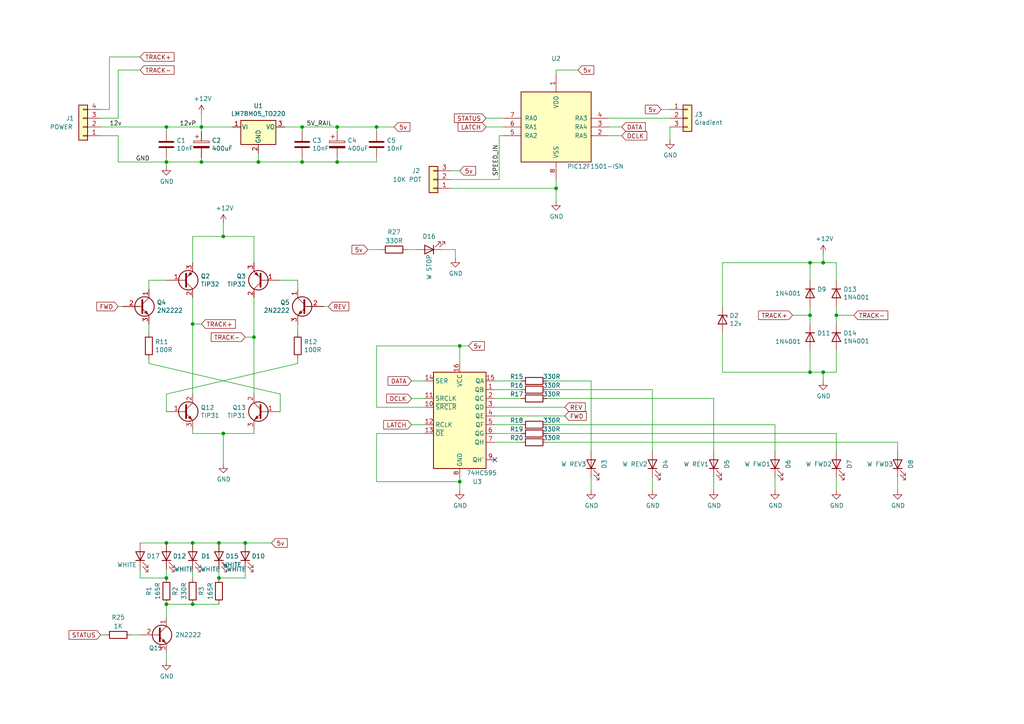
<source format=kicad_sch>
(kicad_sch (version 20230121) (generator eeschema)
  (paper "A4")
  (lib_symbols
    (symbol "74xx:74HC595"
      (property "Reference" "U" (at -7.62 13.97 0))
      (property "Value" "74HC595" (at -7.62 -16.51 0))
      (symbol "74HC595_1_0"
        (pin tri_state line (at 10.16 7.62 180) (length 2.54) (name "QB") (number "1"))
        (pin input line (at -10.16 2.54 0) (length 2.54) (name "~{SRCLR}") (number "10"))
        (pin input line (at -10.16 5.08 0) (length 2.54) (name "SRCLK") (number "11"))
        (pin input line (at -10.16 -2.54 0) (length 2.54) (name "RCLK") (number "12"))
        (pin input line (at -10.16 -5.08 0) (length 2.54) (name "~{OE}") (number "13"))
        (pin input line (at -10.16 10.16 0) (length 2.54) (name "SER") (number "14"))
        (pin tri_state line (at 10.16 10.16 180) (length 2.54) (name "QA") (number "15"))
        (pin power_in line (at 0 15.24 270) (length 2.54) (name "VCC") (number "16"))
        (pin tri_state line (at 10.16 5.08 180) (length 2.54) (name "QC") (number "2"))
        (pin tri_state line (at 10.16 2.54 180) (length 2.54) (name "QD") (number "3"))
        (pin tri_state line (at 10.16 0 180) (length 2.54) (name "QE") (number "4"))
        (pin tri_state line (at 10.16 -2.54 180) (length 2.54) (name "QF") (number "5"))
        (pin tri_state line (at 10.16 -5.08 180) (length 2.54) (name "QG") (number "6"))
        (pin tri_state line (at 10.16 -7.62 180) (length 2.54) (name "QH") (number "7"))
        (pin power_in line (at 0 -17.78 90) (length 2.54) (name "GND") (number "8"))
        (pin output line (at 10.16 -12.7 180) (length 2.54) (name "QH'") (number "9"))
      )
      (symbol "74HC595_1_1"
        (rectangle (start -7.62 12.7) (end 7.62 -15.24) (stroke (width 0.254)) (fill (type background)))
      )
    )
    (symbol "Connector_Generic:Conn_01x03" (pin_names (offset 1.016) hide)
      (property "Reference" "J" (at 0 5.08 0))
      (property "Value" "Conn_01x03" (at 0 -5.08 0))
      (symbol "Conn_01x03_1_1"
        (rectangle (start -1.27 -2.413) (end 0 -2.667) (stroke (width 0.1524)))
        (rectangle (start -1.27 0.127) (end 0 -0.127) (stroke (width 0.1524)))
        (rectangle (start -1.27 2.667) (end 0 2.413) (stroke (width 0.1524)))
        (rectangle (start -1.27 3.81) (end 1.27 -3.81) (stroke (width 0.254)) (fill (type background)))
        (pin passive line (at -5.08 2.54 0) (length 3.81) (name "Pin_1") (number "1"))
        (pin passive line (at -5.08 0 0) (length 3.81) (name "Pin_2") (number "2"))
        (pin passive line (at -5.08 -2.54 0) (length 3.81) (name "Pin_3") (number "3"))
      )
    )
    (symbol "Connector_Generic:Conn_01x04" (pin_names (offset 1.016) hide)
      (property "Reference" "J" (at 0 5.08 0))
      (property "Value" "Conn_01x04" (at 0 -7.62 0))
      (symbol "Conn_01x04_1_1"
        (rectangle (start -1.27 -4.953) (end 0 -5.207) (stroke (width 0.1524)))
        (rectangle (start -1.27 -2.413) (end 0 -2.667) (stroke (width 0.1524)))
        (rectangle (start -1.27 0.127) (end 0 -0.127) (stroke (width 0.1524)))
        (rectangle (start -1.27 2.667) (end 0 2.413) (stroke (width 0.1524)))
        (rectangle (start -1.27 3.81) (end 1.27 -6.35) (stroke (width 0.254)) (fill (type background)))
        (pin passive line (at -5.08 2.54 0) (length 3.81) (name "Pin_1") (number "1"))
        (pin passive line (at -5.08 0 0) (length 3.81) (name "Pin_2") (number "2"))
        (pin passive line (at -5.08 -2.54 0) (length 3.81) (name "Pin_3") (number "3"))
        (pin passive line (at -5.08 -5.08 0) (length 3.81) (name "Pin_4") (number "4"))
      )
    )
    (symbol "Device:C" (pin_numbers hide) (pin_names (offset 0.254))
      (property "Reference" "C" (at 0.635 2.54 0))
      (property "Value" "C" (at 0.635 -2.54 0))
      (symbol "C_0_1"
        (polyline (pts (xy -2.032 -0.762) (xy 2.032 -0.762)) (stroke (width 0.508)))
        (polyline (pts (xy -2.032 0.762) (xy 2.032 0.762)) (stroke (width 0.508)))
      )
      (symbol "C_1_1"
        (pin passive line (at 0 3.81 270) (length 2.794) (name "~") (number "1"))
        (pin passive line (at 0 -3.81 90) (length 2.794) (name "~") (number "2"))
      )
    )
    (symbol "Device:D" (pin_numbers hide) (pin_names (offset 1.016) hide)
      (property "Reference" "D" (at 0 2.54 0))
      (property "Value" "D" (at 0 -2.54 0))
      (symbol "D_0_1"
        (polyline (pts (xy -1.27 1.27) (xy -1.27 -1.27)) (stroke (width 0.254)))
        (polyline (pts (xy 1.27 0) (xy -1.27 0)))
        (polyline (pts (xy 1.27 1.27) (xy 1.27 -1.27) (xy -1.27 0) (xy 1.27 1.27)) (stroke (width 0.254)))
      )
      (symbol "D_1_1"
        (pin passive line (at -3.81 0 0) (length 2.54) (name "K") (number "1"))
        (pin passive line (at 3.81 0 180) (length 2.54) (name "A") (number "2"))
      )
    )
    (symbol "Device:D_Zener" (pin_numbers hide) (pin_names (offset 1.016) hide)
      (property "Reference" "D" (at 0 2.54 0))
      (property "Value" "D_Zener" (at 0 -2.54 0))
      (symbol "D_Zener_0_1"
        (polyline (pts (xy 1.27 0) (xy -1.27 0)))
        (polyline (pts (xy -1.27 -1.27) (xy -1.27 1.27) (xy -0.762 1.27)) (stroke (width 0.254)))
        (polyline (pts (xy 1.27 -1.27) (xy 1.27 1.27) (xy -1.27 0) (xy 1.27 -1.27)) (stroke (width 0.254)))
      )
      (symbol "D_Zener_1_1"
        (pin passive line (at -3.81 0 0) (length 2.54) (name "K") (number "1"))
        (pin passive line (at 3.81 0 180) (length 2.54) (name "A") (number "2"))
      )
    )
    (symbol "Device:LED" (pin_numbers hide) (pin_names (offset 1.016) hide)
      (property "Reference" "D" (at 0 2.54 0))
      (property "Value" "LED" (at 0 -2.54 0))
      (symbol "LED_0_1"
        (polyline (pts (xy -1.27 -1.27) (xy -1.27 1.27)) (stroke (width 0.254)))
        (polyline (pts (xy -1.27 0) (xy 1.27 0)))
        (polyline (pts (xy 1.27 -1.27) (xy 1.27 1.27) (xy -1.27 0) (xy 1.27 -1.27)) (stroke (width 0.254)))
        (polyline (pts (xy -3.048 -0.762) (xy -4.572 -2.286) (xy -3.81 -2.286) (xy -4.572 -2.286) (xy -4.572 -1.524)))
        (polyline (pts (xy -1.778 -0.762) (xy -3.302 -2.286) (xy -2.54 -2.286) (xy -3.302 -2.286) (xy -3.302 -1.524)))
      )
      (symbol "LED_1_1"
        (pin passive line (at -3.81 0 0) (length 2.54) (name "K") (number "1"))
        (pin passive line (at 3.81 0 180) (length 2.54) (name "A") (number "2"))
      )
    )
    (symbol "Device:R" (pin_numbers hide) (pin_names (offset 0))
      (property "Reference" "R" (at 2.032 0 90))
      (property "Value" "R" (at 0 0 90))
      (symbol "R_0_1"
        (rectangle (start -1.016 -2.54) (end 1.016 2.54) (stroke (width 0.254)))
      )
      (symbol "R_1_1"
        (pin passive line (at 0 3.81 270) (length 1.27) (name "~") (number "1"))
        (pin passive line (at 0 -3.81 90) (length 1.27) (name "~") (number "2"))
      )
    )
    (symbol "MCU_Microchip_PIC12:PIC12F1501-ISN" (pin_names (offset 1.016))
      (property "Reference" "U" (at 1.27 13.97 0))
      (property "Value" "PIC12F1501-ISN" (at 1.27 11.43 0))
      (symbol "PIC12F1501-ISN_0_1"
        (rectangle (start 10.16 -10.16) (end -10.16 10.16) (stroke (width 0.254)) (fill (type background)))
      )
      (symbol "PIC12F1501-ISN_1_1"
        (pin power_in line (at 0 15.24 270) (length 5.08) (name "VDD") (number "1"))
        (pin bidirectional line (at 15.24 -2.54 180) (length 5.08) (name "RA5") (number "2"))
        (pin bidirectional line (at 15.24 0 180) (length 5.08) (name "RA4") (number "3"))
        (pin input line (at 15.24 2.54 180) (length 5.08) (name "RA3") (number "4"))
        (pin bidirectional line (at -15.24 -2.54 0) (length 5.08) (name "RA2") (number "5"))
        (pin bidirectional line (at -15.24 0 0) (length 5.08) (name "RA1") (number "6"))
        (pin bidirectional line (at -15.24 2.54 0) (length 5.08) (name "RA0") (number "7"))
        (pin power_in line (at 0 -15.24 90) (length 5.08) (name "VSS") (number "8"))
      )
    )
    (symbol "Regulator_Linear:LM78M05_TO220" (pin_names (offset 0.254))
      (property "Reference" "U" (at -3.81 3.175 0))
      (property "Value" "LM78M05_TO220" (at 0 3.175 0))
      (symbol "LM78M05_TO220_0_1"
        (rectangle (start -5.08 1.905) (end 5.08 -5.08) (stroke (width 0.254)) (fill (type background)))
      )
      (symbol "LM78M05_TO220_1_1"
        (pin power_in line (at -7.62 0 0) (length 2.54) (name "VI") (number "1"))
        (pin power_in line (at 0 -7.62 90) (length 2.54) (name "GND") (number "2"))
        (pin power_out line (at 7.62 0 180) (length 2.54) (name "VO") (number "3"))
      )
    )
    (symbol "Transistor_BJT:BC237" (pin_names (offset 0) hide)
      (property "Reference" "Q" (at 5.08 1.905 0))
      (property "Value" "BC237" (at 5.08 0 0))
      (symbol "BC237_0_1"
        (polyline (pts (xy 0 0) (xy 0.635 0)))
        (polyline (pts (xy 0.635 0.635) (xy 2.54 2.54)))
        (polyline (pts (xy 0.635 -0.635) (xy 2.54 -2.54) (xy 2.54 -2.54)))
        (polyline (pts (xy 0.635 1.905) (xy 0.635 -1.905) (xy 0.635 -1.905)) (stroke (width 0.508)))
        (polyline (pts (xy 1.27 -1.778) (xy 1.778 -1.27) (xy 2.286 -2.286) (xy 1.27 -1.778) (xy 1.27 -1.778)) (fill (type outline)))
        (circle (center 1.27 0) (radius 2.8194) (stroke (width 0.254)))
      )
      (symbol "BC237_1_1"
        (pin passive line (at 2.54 5.08 270) (length 2.54) (name "C") (number "1"))
        (pin input line (at -5.08 0 0) (length 5.08) (name "B") (number "2"))
        (pin passive line (at 2.54 -5.08 90) (length 2.54) (name "E") (number "3"))
      )
    )
    (symbol "Transistor_BJT:TIP41" (pin_names (offset 0) hide)
      (property "Reference" "Q" (at 6.35 1.905 0))
      (property "Value" "TIP41" (at 6.35 0 0))
      (symbol "TIP41_0_1"
        (polyline (pts (xy 0.635 0.635) (xy 2.54 2.54)))
        (polyline (pts (xy 0.635 -0.635) (xy 2.54 -2.54) (xy 2.54 -2.54)))
        (polyline (pts (xy 0.635 1.905) (xy 0.635 -1.905) (xy 0.635 -1.905)) (stroke (width 0.508)))
        (polyline (pts (xy 1.27 -1.778) (xy 1.778 -1.27) (xy 2.286 -2.286) (xy 1.27 -1.778) (xy 1.27 -1.778)) (fill (type outline)))
        (circle (center 1.27 0) (radius 2.8194) (stroke (width 0.254)))
      )
      (symbol "TIP41_1_1"
        (pin input line (at -5.08 0 0) (length 5.715) (name "B") (number "1"))
        (pin passive line (at 2.54 5.08 270) (length 2.54) (name "C") (number "2"))
        (pin passive line (at 2.54 -5.08 90) (length 2.54) (name "E") (number "3"))
      )
    )
    (symbol "Transistor_BJT:TIP42" (pin_names (offset 0) hide)
      (property "Reference" "Q" (at 6.35 1.905 0))
      (property "Value" "TIP42" (at 6.35 0 0))
      (symbol "TIP42_0_1"
        (polyline (pts (xy 0.635 0.635) (xy 2.54 2.54)))
        (polyline (pts (xy 0.635 -0.635) (xy 2.54 -2.54) (xy 2.54 -2.54)))
        (polyline (pts (xy 0.635 1.905) (xy 0.635 -1.905) (xy 0.635 -1.905)) (stroke (width 0.508)))
        (polyline (pts (xy 2.286 -1.778) (xy 1.778 -2.286) (xy 1.27 -1.27) (xy 2.286 -1.778) (xy 2.286 -1.778)) (fill (type outline)))
        (circle (center 1.27 0) (radius 2.8194) (stroke (width 0.254)))
      )
      (symbol "TIP42_1_1"
        (pin input line (at -5.08 0 0) (length 5.715) (name "B") (number "1"))
        (pin passive line (at 2.54 5.08 270) (length 2.54) (name "C") (number "2"))
        (pin passive line (at 2.54 -5.08 90) (length 2.54) (name "E") (number "3"))
      )
    )
    (symbol "controller-rescue:CP-Device" (pin_numbers hide) (pin_names (offset 0.254))
      (property "Reference" "C" (at 0.635 2.54 0))
      (property "Value" "Device_CP" (at 0.635 -2.54 0))
      (symbol "CP-Device_0_1"
        (rectangle (start -2.286 0.508) (end 2.286 1.016))
        (polyline (pts (xy -1.778 2.286) (xy -0.762 2.286)))
        (polyline (pts (xy -1.27 2.794) (xy -1.27 1.778)))
        (rectangle (start 2.286 -0.508) (end -2.286 -1.016) (fill (type outline)))
      )
      (symbol "CP-Device_1_1"
        (pin passive line (at 0 3.81 270) (length 2.794) (name "~") (number "1"))
        (pin passive line (at 0 -3.81 90) (length 2.794) (name "~") (number "2"))
      )
    )
    (symbol "power:+12V" (power) (pin_names (offset 0))
      (property "Value" "+12V" (at 0 3.556 0))
      (symbol "+12V_0_1"
        (polyline (pts (xy -0.762 1.27) (xy 0 2.54)))
        (polyline (pts (xy 0 0) (xy 0 2.54)))
        (polyline (pts (xy 0 2.54) (xy 0.762 1.27)))
      )
      (symbol "+12V_1_1"
        (pin power_in line (at 0 0 90) (length 0) hide (name "+12V") (number "1"))
      )
    )
    (symbol "power:GND" (power) (pin_names (offset 0))
      (property "Value" "GND" (at 0 -3.81 0))
      (symbol "GND_0_1"
        (polyline (pts (xy 0 0) (xy 0 -1.27) (xy 1.27 -1.27) (xy 0 -2.54) (xy -1.27 -1.27) (xy 0 -1.27)))
      )
      (symbol "GND_1_1"
        (pin power_in line (at 0 0 270) (length 0) hide (name "GND") (number "1"))
      )
    )
  )
  (junction (at 87.63 36.83))
  (junction (at 71.12 157.48))
  (junction (at 48.26 36.83))
  (junction (at 48.26 157.48))
  (junction (at 64.77 125.73))
  (junction (at 48.26 46.99))
  (junction (at 74.93 46.99))
  (junction (at 234.95 91.44))
  (junction (at 58.42 36.83))
  (junction (at 58.42 46.99))
  (junction (at 55.88 175.26))
  (junction (at 63.5 157.48))
  (junction (at 97.79 46.99))
  (junction (at 234.95 107.95))
  (junction (at 242.57 91.44))
  (junction (at 238.76 107.95))
  (junction (at 97.79 36.83))
  (junction (at 55.88 157.48))
  (junction (at 73.66 97.79))
  (junction (at 87.63 46.99))
  (junction (at 238.76 76.2))
  (junction (at 234.95 76.2))
  (junction (at 64.77 68.58))
  (junction (at 48.26 175.26))
  (junction (at 109.22 36.83))
  (junction (at 63.5 167.64))
  (junction (at 133.35 139.7))
  (junction (at 48.26 167.64))
  (junction (at 161.29 54.61))
  (junction (at 55.88 93.98))
  (junction (at 133.35 100.33))
  (no_connect (at 143.51 133.35))
  (wire (pts (xy 118.11 72.39) (xy 120.65 72.39)))
  (wire (pts (xy 43.18 81.28) (xy 48.26 81.28)))
  (wire (pts (xy 74.93 46.99) (xy 87.63 46.99)))
  (wire (pts (xy 58.42 46.99) (xy 74.93 46.99)))
  (wire (pts (xy 71.12 157.48) (xy 78.74 157.48)))
  (wire (pts (xy 143.51 115.57) (xy 151.13 115.57)))
  (wire (pts (xy 48.26 46.99) (xy 48.26 45.72)))
  (wire (pts (xy 143.51 113.03) (xy 151.13 113.03)))
  (wire (pts (xy 43.18 105.41) (xy 81.28 114.3)))
  (wire (pts (xy 176.53 34.29) (xy 194.31 34.29)))
  (wire (pts (xy 73.66 68.58) (xy 73.66 76.2)))
  (wire (pts (xy 109.22 45.72) (xy 109.22 46.99)))
  (wire (pts (xy 161.29 20.32) (xy 167.64 20.32)))
  (wire (pts (xy 55.88 157.48) (xy 63.5 157.48)))
  (wire (pts (xy 133.35 100.33) (xy 133.35 105.41)))
  (wire (pts (xy 238.76 110.49) (xy 238.76 107.95)))
  (wire (pts (xy 130.81 52.07) (xy 144.78 52.07)))
  (wire (pts (xy 234.95 101.6) (xy 234.95 107.95)))
  (wire (pts (xy 234.95 91.44) (xy 234.95 93.98)))
  (wire (pts (xy 40.64 167.64) (xy 40.64 165.1)))
  (wire (pts (xy 207.01 115.57) (xy 207.01 130.81)))
  (wire (pts (xy 48.26 157.48) (xy 55.88 157.48)))
  (wire (pts (xy 161.29 20.32) (xy 161.29 21.59)))
  (wire (pts (xy 55.88 124.46) (xy 55.88 125.73)))
  (wire (pts (xy 58.42 33.02) (xy 58.42 36.83)))
  (wire (pts (xy 135.89 100.33) (xy 133.35 100.33)))
  (wire (pts (xy 97.79 46.99) (xy 97.79 45.72)))
  (wire (pts (xy 109.22 36.83) (xy 109.22 38.1)))
  (wire (pts (xy 109.22 100.33) (xy 133.35 100.33)))
  (wire (pts (xy 158.75 113.03) (xy 189.23 113.03)))
  (wire (pts (xy 133.35 49.53) (xy 130.81 49.53)))
  (wire (pts (xy 143.51 123.19) (xy 151.13 123.19)))
  (wire (pts (xy 229.87 91.44) (xy 234.95 91.44)))
  (wire (pts (xy 48.26 167.64) (xy 48.26 165.1)))
  (wire (pts (xy 63.5 167.64) (xy 63.5 165.1)))
  (wire (pts (xy 64.77 125.73) (xy 73.66 125.73)))
  (wire (pts (xy 209.55 96.52) (xy 209.55 107.95)))
  (wire (pts (xy 143.51 125.73) (xy 151.13 125.73)))
  (wire (pts (xy 158.75 128.27) (xy 260.35 128.27)))
  (wire (pts (xy 158.75 123.19) (xy 224.79 123.19)))
  (wire (pts (xy 109.22 125.73) (xy 109.22 139.7)))
  (wire (pts (xy 40.64 157.48) (xy 48.26 157.48)))
  (wire (pts (xy 128.27 72.39) (xy 132.08 72.39)))
  (wire (pts (xy 48.26 114.3) (xy 48.26 119.38)))
  (wire (pts (xy 176.53 39.37) (xy 180.34 39.37)))
  (wire (pts (xy 123.19 125.73) (xy 109.22 125.73)))
  (wire (pts (xy 238.76 73.66) (xy 238.76 76.2)))
  (wire (pts (xy 58.42 36.83) (xy 58.42 38.1)))
  (wire (pts (xy 109.22 118.11) (xy 109.22 100.33)))
  (wire (pts (xy 234.95 88.9) (xy 234.95 91.44)))
  (wire (pts (xy 55.88 175.26) (xy 63.5 175.26)))
  (wire (pts (xy 48.26 36.83) (xy 58.42 36.83)))
  (wire (pts (xy 140.97 36.83) (xy 146.05 36.83)))
  (wire (pts (xy 43.18 83.82) (xy 43.18 81.28)))
  (wire (pts (xy 224.79 138.43) (xy 224.79 142.24)))
  (wire (pts (xy 191.77 31.75) (xy 194.31 31.75)))
  (wire (pts (xy 224.79 123.19) (xy 224.79 130.81)))
  (wire (pts (xy 133.35 138.43) (xy 133.35 139.7)))
  (wire (pts (xy 43.18 96.52) (xy 43.18 93.98)))
  (wire (pts (xy 97.79 36.83) (xy 97.79 38.1)))
  (wire (pts (xy 86.36 96.52) (xy 86.36 93.98)))
  (wire (pts (xy 87.63 36.83) (xy 87.63 38.1)))
  (wire (pts (xy 176.53 36.83) (xy 180.34 36.83)))
  (wire (pts (xy 242.57 101.6) (xy 242.57 107.95)))
  (wire (pts (xy 109.22 46.99) (xy 97.79 46.99)))
  (wire (pts (xy 143.51 128.27) (xy 151.13 128.27)))
  (wire (pts (xy 86.36 83.82) (xy 86.36 81.28)))
  (wire (pts (xy 189.23 138.43) (xy 189.23 142.24)))
  (wire (pts (xy 58.42 36.83) (xy 67.31 36.83)))
  (wire (pts (xy 29.21 31.75) (xy 31.75 31.75)))
  (wire (pts (xy 48.26 175.26) (xy 55.88 175.26)))
  (wire (pts (xy 158.75 125.73) (xy 242.57 125.73)))
  (wire (pts (xy 81.28 114.3) (xy 81.28 119.38)))
  (wire (pts (xy 109.22 118.11) (xy 123.19 118.11)))
  (wire (pts (xy 133.35 139.7) (xy 133.35 142.24)))
  (wire (pts (xy 260.35 138.43) (xy 260.35 142.24)))
  (wire (pts (xy 48.26 36.83) (xy 48.26 38.1)))
  (wire (pts (xy 74.93 46.99) (xy 74.93 44.45)))
  (wire (pts (xy 130.81 54.61) (xy 161.29 54.61)))
  (wire (pts (xy 55.88 167.64) (xy 55.88 165.1)))
  (wire (pts (xy 64.77 64.77) (xy 64.77 68.58)))
  (wire (pts (xy 40.64 184.15) (xy 38.1 184.15)))
  (wire (pts (xy 86.36 105.41) (xy 86.36 104.14)))
  (wire (pts (xy 132.08 72.39) (xy 132.08 74.93)))
  (wire (pts (xy 242.57 138.43) (xy 242.57 142.24)))
  (wire (pts (xy 171.45 110.49) (xy 171.45 130.81)))
  (wire (pts (xy 31.75 16.51) (xy 40.64 16.51)))
  (wire (pts (xy 40.64 167.64) (xy 48.26 167.64)))
  (wire (pts (xy 87.63 46.99) (xy 97.79 46.99)))
  (wire (pts (xy 158.75 115.57) (xy 207.01 115.57)))
  (wire (pts (xy 106.68 72.39) (xy 110.49 72.39)))
  (wire (pts (xy 144.78 52.07) (xy 144.78 39.37)))
  (wire (pts (xy 58.42 46.99) (xy 58.42 45.72)))
  (wire (pts (xy 189.23 113.03) (xy 189.23 130.81)))
  (wire (pts (xy 238.76 76.2) (xy 242.57 76.2)))
  (wire (pts (xy 95.25 88.9) (xy 93.98 88.9)))
  (wire (pts (xy 158.75 110.49) (xy 171.45 110.49)))
  (wire (pts (xy 55.88 68.58) (xy 55.88 76.2)))
  (wire (pts (xy 171.45 138.43) (xy 171.45 142.24)))
  (wire (pts (xy 123.19 123.19) (xy 119.38 123.19)))
  (wire (pts (xy 29.21 34.29) (xy 34.29 34.29)))
  (wire (pts (xy 48.26 175.26) (xy 48.26 179.07)))
  (wire (pts (xy 143.51 110.49) (xy 151.13 110.49)))
  (wire (pts (xy 140.97 34.29) (xy 146.05 34.29)))
  (wire (pts (xy 34.29 34.29) (xy 34.29 20.32)))
  (wire (pts (xy 242.57 107.95) (xy 238.76 107.95)))
  (wire (pts (xy 82.55 36.83) (xy 87.63 36.83)))
  (wire (pts (xy 143.51 118.11) (xy 163.83 118.11)))
  (wire (pts (xy 29.21 36.83) (xy 48.26 36.83)))
  (wire (pts (xy 109.22 139.7) (xy 133.35 139.7)))
  (wire (pts (xy 63.5 157.48) (xy 71.12 157.48)))
  (wire (pts (xy 242.57 88.9) (xy 242.57 91.44)))
  (wire (pts (xy 86.36 105.41) (xy 48.26 114.3)))
  (wire (pts (xy 97.79 36.83) (xy 109.22 36.83)))
  (wire (pts (xy 55.88 125.73) (xy 64.77 125.73)))
  (wire (pts (xy 48.26 46.99) (xy 48.26 48.26)))
  (wire (pts (xy 144.78 39.37) (xy 146.05 39.37)))
  (wire (pts (xy 123.19 115.57) (xy 119.38 115.57)))
  (wire (pts (xy 73.66 124.46) (xy 73.66 125.73)))
  (wire (pts (xy 48.26 189.23) (xy 48.26 191.77)))
  (wire (pts (xy 143.51 120.65) (xy 163.83 120.65)))
  (wire (pts (xy 123.19 110.49) (xy 119.38 110.49)))
  (wire (pts (xy 161.29 58.42) (xy 161.29 54.61)))
  (wire (pts (xy 242.57 91.44) (xy 242.57 93.98)))
  (wire (pts (xy 73.66 97.79) (xy 73.66 114.3)))
  (wire (pts (xy 48.26 46.99) (xy 58.42 46.99)))
  (wire (pts (xy 55.88 68.58) (xy 64.77 68.58)))
  (wire (pts (xy 34.29 39.37) (xy 34.29 46.99)))
  (wire (pts (xy 64.77 134.62) (xy 64.77 125.73)))
  (wire (pts (xy 34.29 20.32) (xy 40.64 20.32)))
  (wire (pts (xy 30.48 184.15) (xy 29.21 184.15)))
  (wire (pts (xy 73.66 97.79) (xy 71.12 97.79)))
  (wire (pts (xy 238.76 107.95) (xy 234.95 107.95)))
  (wire (pts (xy 71.12 167.64) (xy 63.5 167.64)))
  (wire (pts (xy 87.63 46.99) (xy 87.63 45.72)))
  (wire (pts (xy 234.95 76.2) (xy 234.95 81.28)))
  (wire (pts (xy 209.55 88.9) (xy 209.55 76.2)))
  (wire (pts (xy 71.12 167.64) (xy 71.12 165.1)))
  (wire (pts (xy 242.57 76.2) (xy 242.57 81.28)))
  (wire (pts (xy 73.66 86.36) (xy 73.66 97.79)))
  (wire (pts (xy 55.88 93.98) (xy 58.42 93.98)))
  (wire (pts (xy 161.29 54.61) (xy 161.29 52.07)))
  (wire (pts (xy 31.75 31.75) (xy 31.75 16.51)))
  (wire (pts (xy 81.28 81.28) (xy 86.36 81.28)))
  (wire (pts (xy 247.65 91.44) (xy 242.57 91.44)))
  (wire (pts (xy 234.95 76.2) (xy 238.76 76.2)))
  (wire (pts (xy 207.01 138.43) (xy 207.01 142.24)))
  (wire (pts (xy 209.55 107.95) (xy 234.95 107.95)))
  (wire (pts (xy 34.29 88.9) (xy 35.56 88.9)))
  (wire (pts (xy 55.88 93.98) (xy 55.88 114.3)))
  (wire (pts (xy 242.57 125.73) (xy 242.57 130.81)))
  (wire (pts (xy 87.63 36.83) (xy 97.79 36.83)))
  (wire (pts (xy 109.22 36.83) (xy 114.3 36.83)))
  (wire (pts (xy 260.35 128.27) (xy 260.35 130.81)))
  (wire (pts (xy 29.21 39.37) (xy 34.29 39.37)))
  (wire (pts (xy 34.29 46.99) (xy 48.26 46.99)))
  (wire (pts (xy 43.18 105.41) (xy 43.18 104.14)))
  (wire (pts (xy 64.77 68.58) (xy 73.66 68.58)))
  (wire (pts (xy 209.55 76.2) (xy 234.95 76.2)))
  (wire (pts (xy 194.31 36.83) (xy 194.31 40.64)))
  (wire (pts (xy 55.88 86.36) (xy 55.88 93.98)))
  (label "SPEED_IN" (at 144.78 41.91 270))
  (label "5V_RAIL" (at 88.9 36.83 0))
  (label "12v" (at 31.75 36.83 0))
  (label "GND" (at 39.37 46.99 0))
  (label "12vP" (at 52.07 36.83 0))
  (global_label "5v" (shape input) (at 114.3 36.83 0) (property "Intersheetrefs" "${INTERSHEET_REFS}" (effects hide)))
  (global_label "LATCH" (shape input) (at 119.38 123.19 180) (property "Intersheetrefs" "${INTERSHEET_REFS}" (effects hide)))
  (global_label "FWD" (shape input) (at 163.83 120.65 0) (property "Intersheetrefs" "${INTERSHEET_REFS}" (effects hide)))
  (global_label "5v" (shape input) (at 133.35 49.53 0) (property "Intersheetrefs" "${INTERSHEET_REFS}" (effects hide)))
  (global_label "TRACK+" (shape input) (at 229.87 91.44 180) (property "Intersheetrefs" "${INTERSHEET_REFS}" (effects hide)))
  (global_label "FWD" (shape input) (at 34.29 88.9 180) (property "Intersheetrefs" "${INTERSHEET_REFS}" (effects hide)))
  (global_label "DATA" (shape input) (at 180.34 36.83 0) (property "Intersheetrefs" "${INTERSHEET_REFS}" (effects hide)))
  (global_label "REV" (shape input) (at 95.25 88.9 0) (property "Intersheetrefs" "${INTERSHEET_REFS}" (effects hide)))
  (global_label "5v" (shape input) (at 167.64 20.32 0) (property "Intersheetrefs" "${INTERSHEET_REFS}" (effects hide)))
  (global_label "DCLK" (shape input) (at 180.34 39.37 0) (property "Intersheetrefs" "${INTERSHEET_REFS}" (effects hide)))
  (global_label "STATUS" (shape input) (at 29.21 184.15 180) (property "Intersheetrefs" "${INTERSHEET_REFS}" (effects hide)))
  (global_label "DATA" (shape input) (at 119.38 110.49 180) (property "Intersheetrefs" "${INTERSHEET_REFS}" (effects hide)))
  (global_label "5v" (shape input) (at 106.68 72.39 180) (property "Intersheetrefs" "${INTERSHEET_REFS}" (effects hide)))
  (global_label "5v" (shape input) (at 135.89 100.33 0) (property "Intersheetrefs" "${INTERSHEET_REFS}" (effects hide)))
  (global_label "REV" (shape input) (at 163.83 118.11 0) (property "Intersheetrefs" "${INTERSHEET_REFS}" (effects hide)))
  (global_label "DCLK" (shape input) (at 119.38 115.57 180) (property "Intersheetrefs" "${INTERSHEET_REFS}" (effects hide)))
  (global_label "TRACK-" (shape input) (at 40.64 20.32 0) (property "Intersheetrefs" "${INTERSHEET_REFS}" (effects hide)))
  (global_label "TRACK+" (shape input) (at 58.42 93.98 0) (property "Intersheetrefs" "${INTERSHEET_REFS}" (effects hide)))
  (global_label "5v" (shape input) (at 191.77 31.75 180) (property "Intersheetrefs" "${INTERSHEET_REFS}" (effects hide)))
  (global_label "TRACK-" (shape input) (at 247.65 91.44 0) (property "Intersheetrefs" "${INTERSHEET_REFS}" (effects hide)))
  (global_label "LATCH" (shape input) (at 140.97 36.83 180) (property "Intersheetrefs" "${INTERSHEET_REFS}" (effects hide)))
  (global_label "STATUS" (shape input) (at 140.97 34.29 180) (property "Intersheetrefs" "${INTERSHEET_REFS}" (effects hide)))
  (global_label "TRACK-" (shape input) (at 71.12 97.79 180) (property "Intersheetrefs" "${INTERSHEET_REFS}" (effects hide)))
  (global_label "5v" (shape input) (at 78.74 157.48 0) (property "Intersheetrefs" "${INTERSHEET_REFS}" (effects hide)))
  (global_label "TRACK+" (shape input) (at 40.64 16.51 0) (property "Intersheetrefs" "${INTERSHEET_REFS}" (effects hide)))
  (symbol (lib_id "MCU_Microchip_PIC12:PIC12F1501-ISN") (at 161.29 36.83 0) (unit 1)
    (property "Reference" "U2" (at 161.29 16.9926 0))
    (property "Value" "PIC12F1501-ISN" (at 172.72 48.26 0))
    (property "Footprint" "Housings_DIP:DIP-8_W7.62mm_Socket_LongPads" (effects hide))
    (property "Datasheet" "http://ww1.microchip.com/downloads/en/DeviceDoc/41615A.pdf" (effects hide))
  )
  (symbol (lib_id "Device:C") (at 48.26 41.91 0) (unit 1)
    (property "Reference" "C1" (at 51.181 40.7416 0) (effects (justify left)))
    (property "Value" "10nF" (at 51.181 43.053 0) (effects (justify left)))
    (property "Footprint" "Capacitors_THT:C_Disc_D3.0mm_W1.6mm_P2.50mm" (effects hide))
  )
  (symbol (lib_id "controller-rescue:CP-Device") (at 58.42 41.91 0) (unit 1)
    (property "Reference" "C2" (at 61.4172 40.7416 0) (effects (justify left)))
    (property "Value" "400uF" (at 61.4172 43.053 0) (effects (justify left)))
    (property "Footprint" "Capacitors_THT:CP_Radial_D6.3mm_P2.50mm" (effects hide))
  )
  (symbol (lib_id "power:GND") (at 48.26 48.26 0) (unit 1)
    (property "Reference" "#PWR01" (effects hide))
    (property "Value" "GND" (at 48.387 52.6542 0))
  )
  (symbol (lib_id "Regulator_Linear:LM78M05_TO220") (at 74.93 36.83 0) (unit 1)
    (property "Reference" "U1" (at 74.93 30.6832 0))
    (property "Value" "LM78M05_TO220" (at 74.93 32.9946 0))
    (property "Footprint" "TO_SOT_Packages_THT:TO-220-3_Horizontal" (effects hide))
    (property "Datasheet" "http://www.fairchildsemi.com/ds/LM/LM78M05.pdf" (effects hide))
  )
  (symbol (lib_id "Device:C") (at 87.63 41.91 0) (unit 1)
    (property "Reference" "C3" (at 90.551 40.7416 0) (effects (justify left)))
    (property "Value" "10nF" (at 90.551 43.053 0) (effects (justify left)))
    (property "Footprint" "Capacitors_THT:C_Disc_D3.0mm_W1.6mm_P2.50mm" (effects hide))
  )
  (symbol (lib_id "controller-rescue:CP-Device") (at 97.79 41.91 0) (unit 1)
    (property "Reference" "C4" (at 100.7872 40.7416 0) (effects (justify left)))
    (property "Value" "400uF" (at 100.7872 43.053 0) (effects (justify left)))
    (property "Footprint" "Capacitors_THT:CP_Radial_D6.3mm_P2.50mm" (effects hide))
  )
  (symbol (lib_id "power:GND") (at 161.29 58.42 0) (unit 1)
    (property "Reference" "#PWR03" (effects hide))
    (property "Value" "GND" (at 161.417 62.8142 0))
  )
  (symbol (lib_id "Connector_Generic:Conn_01x03") (at 125.73 52.07 180) (unit 1)
    (property "Reference" "J2" (at 120.65 49.53 0))
    (property "Value" "10K POT" (at 118.11 52.07 0))
    (property "Footprint" "Potentiometers:Potentiometer_WirePads_Small" (effects hide))
  )
  (symbol (lib_id "power:GND") (at 48.26 191.77 0) (unit 1)
    (property "Reference" "#PWR012" (effects hide))
    (property "Value" "GND" (at 48.387 196.1642 0))
  )
  (symbol (lib_id "Device:C") (at 109.22 41.91 0) (unit 1)
    (property "Reference" "C5" (at 112.141 40.7416 0) (effects (justify left)))
    (property "Value" "10nF" (at 112.141 43.053 0) (effects (justify left)))
    (property "Footprint" "Capacitors_THT:C_Disc_D3.0mm_W1.6mm_P2.50mm" (effects hide))
  )
  (symbol (lib_id "Connector_Generic:Conn_01x04") (at 24.13 36.83 180) (unit 1)
    (property "Reference" "J1" (at 20.32 34.29 0))
    (property "Value" "POWER" (at 17.78 36.83 0))
    (property "Footprint" "carnivalben:Barrier_Terminal_P8.27_1x4" (effects hide))
  )
  (symbol (lib_id "power:GND") (at 171.45 142.24 0) (unit 1)
    (property "Reference" "#PWR04" (effects hide))
    (property "Value" "GND" (at 171.577 146.6342 0))
  )
  (symbol (lib_id "Device:R") (at 34.29 184.15 270) (unit 1)
    (property "Reference" "R25" (at 34.29 179.07 90))
    (property "Value" "1K" (at 34.29 181.61 90))
    (property "Footprint" "Resistors_THT:R_Axial_DIN0411_L9.9mm_D3.6mm_P12.70mm_Horizontal" (effects hide))
  )
  (symbol (lib_id "Device:R") (at 154.94 110.49 270) (unit 1)
    (property "Reference" "R15" (at 149.86 109.22 90))
    (property "Value" "330R" (at 160.02 109.22 90))
    (property "Footprint" "Resistors_THT:R_Axial_DIN0411_L9.9mm_D3.6mm_P12.70mm_Horizontal" (effects hide))
  )
  (symbol (lib_id "Device:LED") (at 171.45 134.62 90) (unit 1)
    (property "Reference" "D3" (at 175.26 134.62 0))
    (property "Value" "W REV3" (at 166.37 134.62 90))
    (property "Footprint" "LEDs:LED_D5.0mm" (effects hide))
  )
  (symbol (lib_id "power:GND") (at 189.23 142.24 0) (unit 1)
    (property "Reference" "#PWR05" (effects hide))
    (property "Value" "GND" (at 189.357 146.6342 0))
  )
  (symbol (lib_id "Transistor_BJT:BC237") (at 40.64 88.9 0) (unit 1)
    (property "Reference" "Q4" (at 45.466 87.7316 0) (effects (justify left)))
    (property "Value" "2N2222" (at 45.466 90.043 0) (effects (justify left)))
    (property "Footprint" "TO_SOT_Packages_THT:TO-92_Inline_Wide" (effects hide))
    (property "Datasheet" "http://www.onsemi.com/pub_link/Collateral/BC237-D.PDF" (effects hide))
  )
  (symbol (lib_id "Device:LED") (at 207.01 134.62 90) (unit 1)
    (property "Reference" "D5" (at 210.82 134.62 0))
    (property "Value" "W REV1" (at 201.93 134.62 90))
    (property "Footprint" "LEDs:LED_D5.0mm" (effects hide))
  )
  (symbol (lib_id "power:GND") (at 207.01 142.24 0) (unit 1)
    (property "Reference" "#PWR06" (effects hide))
    (property "Value" "GND" (at 207.137 146.6342 0))
  )
  (symbol (lib_id "Device:LED") (at 189.23 134.62 90) (unit 1)
    (property "Reference" "D4" (at 193.04 134.62 0))
    (property "Value" "W REV2" (at 184.15 134.62 90))
    (property "Footprint" "LEDs:LED_D5.0mm" (effects hide))
  )
  (symbol (lib_id "Transistor_BJT:BC237") (at 88.9 88.9 0) (mirror y) (unit 1)
    (property "Reference" "Q5" (at 84.0486 87.7316 0) (effects (justify left)))
    (property "Value" "2N2222" (at 84.0486 90.043 0) (effects (justify left)))
    (property "Footprint" "TO_SOT_Packages_THT:TO-92_Inline_Wide" (effects hide))
    (property "Datasheet" "http://www.onsemi.com/pub_link/Collateral/BC237-D.PDF" (effects hide))
  )
  (symbol (lib_id "Device:LED") (at 242.57 134.62 90) (unit 1)
    (property "Reference" "D7" (at 246.38 134.62 0))
    (property "Value" "W FWD2" (at 237.49 134.62 90))
    (property "Footprint" "LEDs:LED_D5.0mm" (effects hide))
  )
  (symbol (lib_id "power:GND") (at 224.79 142.24 0) (unit 1)
    (property "Reference" "#PWR07" (effects hide))
    (property "Value" "GND" (at 224.917 146.6342 0))
  )
  (symbol (lib_id "Device:LED") (at 224.79 134.62 90) (unit 1)
    (property "Reference" "D6" (at 228.6 134.62 0))
    (property "Value" "W FWD1" (at 219.71 134.62 90))
    (property "Footprint" "LEDs:LED_D5.0mm" (effects hide))
  )
  (symbol (lib_id "Transistor_BJT:BC237") (at 45.72 184.15 0) (unit 1)
    (property "Reference" "Q15" (at 43.18 187.96 0) (effects (justify left)))
    (property "Value" "2N2222" (at 50.8 184.15 0) (effects (justify left)))
    (property "Footprint" "TO_SOT_Packages_THT:TO-92_Inline_Wide" (effects hide))
    (property "Datasheet" "http://www.onsemi.com/pub_link/Collateral/BC237-D.PDF" (effects hide))
  )
  (symbol (lib_id "power:GND") (at 242.57 142.24 0) (unit 1)
    (property "Reference" "#PWR08" (effects hide))
    (property "Value" "GND" (at 242.697 146.6342 0))
  )
  (symbol (lib_id "Device:LED") (at 260.35 134.62 90) (unit 1)
    (property "Reference" "D8" (at 264.16 134.62 0))
    (property "Value" "W FWD3" (at 255.27 134.62 90))
    (property "Footprint" "LEDs:LED_D5.0mm" (effects hide))
  )
  (symbol (lib_id "power:GND") (at 260.35 142.24 0) (unit 1)
    (property "Reference" "#PWR09" (effects hide))
    (property "Value" "GND" (at 260.477 146.6342 0))
  )
  (symbol (lib_id "Transistor_BJT:TIP42") (at 53.34 81.28 0) (mirror x) (unit 1)
    (property "Reference" "Q2" (at 58.1914 80.1116 0) (effects (justify left)))
    (property "Value" "TIP32" (at 58.1914 82.423 0) (effects (justify left)))
    (property "Footprint" "TO_SOT_Packages_THT:TO-220-3_Horizontal" (effects hide))
    (property "Datasheet" "https://www.centralsemi.com/get_document.php?cmp=1&mergetype=pd&mergepath=pd&pdf_id=TIP42.PDF" (effects hide))
  )
  (symbol (lib_id "Transistor_BJT:TIP41") (at 53.34 119.38 0) (unit 1)
    (property "Reference" "Q12" (at 58.1914 118.2116 0) (effects (justify left)))
    (property "Value" "TIP31" (at 58.1914 120.523 0) (effects (justify left)))
    (property "Footprint" "TO_SOT_Packages_THT:TO-220-3_Horizontal" (effects hide))
    (property "Datasheet" "https://www.centralsemi.com/get_document.php?cmp=1&mergetype=pd&mergepath=pd&pdf_id=tip41.PDF" (effects hide))
  )
  (symbol (lib_id "Device:R") (at 154.94 113.03 270) (unit 1)
    (property "Reference" "R16" (at 149.86 111.76 90))
    (property "Value" "330R" (at 160.02 111.76 90))
    (property "Footprint" "Resistors_THT:R_Axial_DIN0411_L9.9mm_D3.6mm_P12.70mm_Horizontal" (effects hide))
  )
  (symbol (lib_id "Device:R") (at 154.94 115.57 270) (unit 1)
    (property "Reference" "R17" (at 149.86 114.3 90))
    (property "Value" "330R" (at 160.02 114.3 90))
    (property "Footprint" "Resistors_THT:R_Axial_DIN0411_L9.9mm_D3.6mm_P12.70mm_Horizontal" (effects hide))
  )
  (symbol (lib_id "Device:R") (at 154.94 123.19 270) (unit 1)
    (property "Reference" "R18" (at 149.86 121.92 90))
    (property "Value" "330R" (at 160.02 121.92 90))
    (property "Footprint" "Resistors_THT:R_Axial_DIN0411_L9.9mm_D3.6mm_P12.70mm_Horizontal" (effects hide))
  )
  (symbol (lib_id "Device:R") (at 154.94 125.73 270) (unit 1)
    (property "Reference" "R19" (at 149.86 124.46 90))
    (property "Value" "330R" (at 160.02 124.46 90))
    (property "Footprint" "Resistors_THT:R_Axial_DIN0411_L9.9mm_D3.6mm_P12.70mm_Horizontal" (effects hide))
  )
  (symbol (lib_id "Device:R") (at 154.94 128.27 270) (unit 1)
    (property "Reference" "R20" (at 149.86 127 90))
    (property "Value" "330R" (at 160.02 127 90))
    (property "Footprint" "Resistors_THT:R_Axial_DIN0411_L9.9mm_D3.6mm_P12.70mm_Horizontal" (effects hide))
  )
  (symbol (lib_id "Transistor_BJT:TIP42") (at 76.2 81.28 180) (unit 1)
    (property "Reference" "Q3" (at 71.3486 80.1116 0) (effects (justify left)))
    (property "Value" "TIP32" (at 71.3486 82.423 0) (effects (justify left)))
    (property "Footprint" "TO_SOT_Packages_THT:TO-220-3_Horizontal" (effects hide))
    (property "Datasheet" "https://www.centralsemi.com/get_document.php?cmp=1&mergetype=pd&mergepath=pd&pdf_id=TIP42.PDF" (effects hide))
  )
  (symbol (lib_id "Transistor_BJT:TIP41") (at 76.2 119.38 0) (mirror y) (unit 1)
    (property "Reference" "Q13" (at 71.3486 118.2116 0) (effects (justify left)))
    (property "Value" "TIP31" (at 71.3486 120.523 0) (effects (justify left)))
    (property "Footprint" "TO_SOT_Packages_THT:TO-220-3_Horizontal" (effects hide))
    (property "Datasheet" "https://www.centralsemi.com/get_document.php?cmp=1&mergetype=pd&mergepath=pd&pdf_id=tip41.PDF" (effects hide))
  )
  (symbol (lib_id "Device:R") (at 43.18 100.33 180) (unit 1)
    (property "Reference" "R11" (at 44.958 99.1616 0) (effects (justify right)))
    (property "Value" "100R" (at 44.958 101.473 0) (effects (justify right)))
    (property "Footprint" "Resistors_THT:R_Axial_DIN0411_L9.9mm_D3.6mm_P12.70mm_Horizontal" (effects hide))
  )
  (symbol (lib_id "Device:R") (at 86.36 100.33 180) (unit 1)
    (property "Reference" "R12" (at 88.138 99.1616 0) (effects (justify right)))
    (property "Value" "100R" (at 88.138 101.473 0) (effects (justify right)))
    (property "Footprint" "Resistors_THT:R_Axial_DIN0411_L9.9mm_D3.6mm_P12.70mm_Horizontal" (effects hide))
  )
  (symbol (lib_id "power:GND") (at 64.77 134.62 0) (unit 1)
    (property "Reference" "#PWR010" (effects hide))
    (property "Value" "GND" (at 64.897 139.0142 0))
  )
  (symbol (lib_id "Device:LED") (at 48.26 161.29 90) (unit 1)
    (property "Reference" "D12" (at 52.07 161.29 90))
    (property "Value" "WHITE" (at 53.34 165.1 90))
    (property "Footprint" "LEDs:LED_D5.0mm" (effects hide))
  )
  (symbol (lib_id "Device:LED") (at 71.12 161.29 90) (unit 1)
    (property "Reference" "D10" (at 74.93 161.29 90))
    (property "Value" "WHITE" (at 67.31 163.83 90))
    (property "Footprint" "LEDs:LED_D5.0mm" (effects hide))
  )
  (symbol (lib_id "74xx:74HC595") (at 133.35 120.65 0) (unit 1)
    (property "Reference" "U3" (at 138.43 139.7 0))
    (property "Value" "74HC595" (at 139.7 137.16 0))
    (property "Footprint" "Housings_DIP:DIP-16_W7.62mm_Socket_LongPads" (effects hide))
    (property "Datasheet" "http://www.ti.com/lit/ds/symlink/sn74hc595.pdf" (effects hide))
  )
  (symbol (lib_id "Device:LED") (at 63.5 161.29 90) (unit 1)
    (property "Reference" "D15" (at 67.31 161.29 90))
    (property "Value" "WHITE" (at 68.58 165.1 90))
    (property "Footprint" "LEDs:LED_D5.0mm" (effects hide))
  )
  (symbol (lib_id "power:GND") (at 133.35 142.24 0) (unit 1)
    (property "Reference" "#PWR011" (effects hide))
    (property "Value" "GND" (at 133.477 146.6342 0))
  )
  (symbol (lib_id "Device:R") (at 114.3 72.39 270) (unit 1)
    (property "Reference" "R27" (at 114.3 67.31 90))
    (property "Value" "330R" (at 114.3 69.85 90))
    (property "Footprint" "Resistors_THT:R_Axial_DIN0411_L9.9mm_D3.6mm_P12.70mm_Horizontal" (effects hide))
  )
  (symbol (lib_id "Device:LED") (at 124.46 72.39 180) (unit 1)
    (property "Reference" "D16" (at 124.46 68.58 0))
    (property "Value" "W STOP" (at 124.46 77.47 90))
    (property "Footprint" "LEDs:LED_D5.0mm" (effects hide))
  )
  (symbol (lib_id "power:GND") (at 132.08 74.93 0) (unit 1)
    (property "Reference" "#PWR014" (effects hide))
    (property "Value" "GND" (at 132.207 79.3242 0))
  )
  (symbol (lib_id "Device:D") (at 234.95 85.09 270) (unit 1)
    (property "Reference" "D9" (at 236.982 83.9216 90) (effects (justify left)))
    (property "Value" "1N4001" (at 224.79 85.09 90) (effects (justify left)))
    (property "Footprint" "Diodes_THT:D_A-405_P7.62mm_Horizontal" (effects hide))
  )
  (symbol (lib_id "Device:D") (at 234.95 97.79 270) (unit 1)
    (property "Reference" "D11" (at 236.982 96.6216 90) (effects (justify left)))
    (property "Value" "1N4001" (at 224.79 99.06 90) (effects (justify left)))
    (property "Footprint" "Diodes_THT:D_A-405_P7.62mm_Horizontal" (effects hide))
  )
  (symbol (lib_id "Device:D") (at 242.57 85.09 270) (unit 1)
    (property "Reference" "D13" (at 244.602 83.9216 90) (effects (justify left)))
    (property "Value" "1N4001" (at 244.602 86.233 90) (effects (justify left)))
    (property "Footprint" "Diodes_THT:D_A-405_P7.62mm_Horizontal" (effects hide))
  )
  (symbol (lib_id "Device:D") (at 242.57 97.79 270) (unit 1)
    (property "Reference" "D14" (at 244.602 96.6216 90) (effects (justify left)))
    (property "Value" "1N4001" (at 244.602 98.933 90) (effects (justify left)))
    (property "Footprint" "Diodes_THT:D_A-405_P7.62mm_Horizontal" (effects hide))
  )
  (symbol (lib_id "Device:LED") (at 40.64 161.29 90) (unit 1)
    (property "Reference" "D17" (at 44.45 161.29 90))
    (property "Value" "WHITE" (at 36.83 163.83 90))
    (property "Footprint" "LEDs:LED_D5.0mm" (effects hide))
  )
  (symbol (lib_id "power:GND") (at 238.76 110.49 0) (unit 1)
    (property "Reference" "#PWR0101" (effects hide))
    (property "Value" "GND" (at 238.887 114.8842 0))
  )
  (symbol (lib_id "Device:LED") (at 55.88 161.29 90) (unit 1)
    (property "Reference" "D1" (at 59.69 161.29 90))
    (property "Value" "WHITE" (at 60.96 165.1 90))
    (property "Footprint" "LEDs:LED_D5.0mm" (effects hide))
  )
  (symbol (lib_id "Device:R") (at 48.26 171.45 0) (unit 1)
    (property "Reference" "R1" (at 43.18 171.45 90))
    (property "Value" "165R" (at 45.72 171.45 90))
    (property "Footprint" "Resistors_THT:R_Axial_DIN0411_L9.9mm_D3.6mm_P12.70mm_Horizontal" (effects hide))
  )
  (symbol (lib_id "Device:R") (at 55.88 171.45 0) (unit 1)
    (property "Reference" "R2" (at 50.8 171.45 90))
    (property "Value" "330R" (at 53.34 171.45 90))
    (property "Footprint" "Resistors_THT:R_Axial_DIN0411_L9.9mm_D3.6mm_P12.70mm_Horizontal" (effects hide))
  )
  (symbol (lib_id "power:+12V") (at 58.42 33.02 0) (unit 1)
    (property "Reference" "#PWR0102" (effects hide))
    (property "Value" "+12V" (at 58.801 28.6258 0))
  )
  (symbol (lib_id "power:+12V") (at 238.76 73.66 0) (unit 1)
    (property "Reference" "#PWR0103" (effects hide))
    (property "Value" "+12V" (at 239.141 69.2658 0))
  )
  (symbol (lib_id "power:+12V") (at 64.77 64.77 0) (unit 1)
    (property "Reference" "#PWR0104" (effects hide))
    (property "Value" "+12V" (at 65.151 60.3758 0))
  )
  (symbol (lib_id "Connector_Generic:Conn_01x03") (at 199.39 34.29 0) (unit 1)
    (property "Reference" "J3" (at 201.422 33.2232 0) (effects (justify left)))
    (property "Value" "Gradient" (at 201.422 35.5346 0) (effects (justify left)))
    (property "Footprint" "Pin_Headers:Pin_Header_Straight_1x03_Pitch2.54mm" (effects hide))
  )
  (symbol (lib_id "Device:R") (at 63.5 171.45 0) (unit 1)
    (property "Reference" "R3" (at 58.42 171.45 90))
    (property "Value" "165R" (at 60.96 171.45 90))
    (property "Footprint" "Resistors_THT:R_Axial_DIN0411_L9.9mm_D3.6mm_P12.70mm_Horizontal" (effects hide))
  )
  (symbol (lib_id "power:GND") (at 194.31 40.64 0) (unit 1)
    (property "Reference" "#PWR0105" (effects hide))
    (property "Value" "GND" (at 194.437 45.0342 0))
  )
  (symbol (lib_id "Device:D_Zener") (at 209.55 92.71 270) (unit 1)
    (property "Reference" "D2" (at 211.582 91.5416 90) (effects (justify left)))
    (property "Value" "12v" (at 211.582 93.853 90) (effects (justify left)))
    (property "Footprint" "Diodes_THT:D_A-405_P7.62mm_Horizontal" (effects hide))
  )
)
</source>
